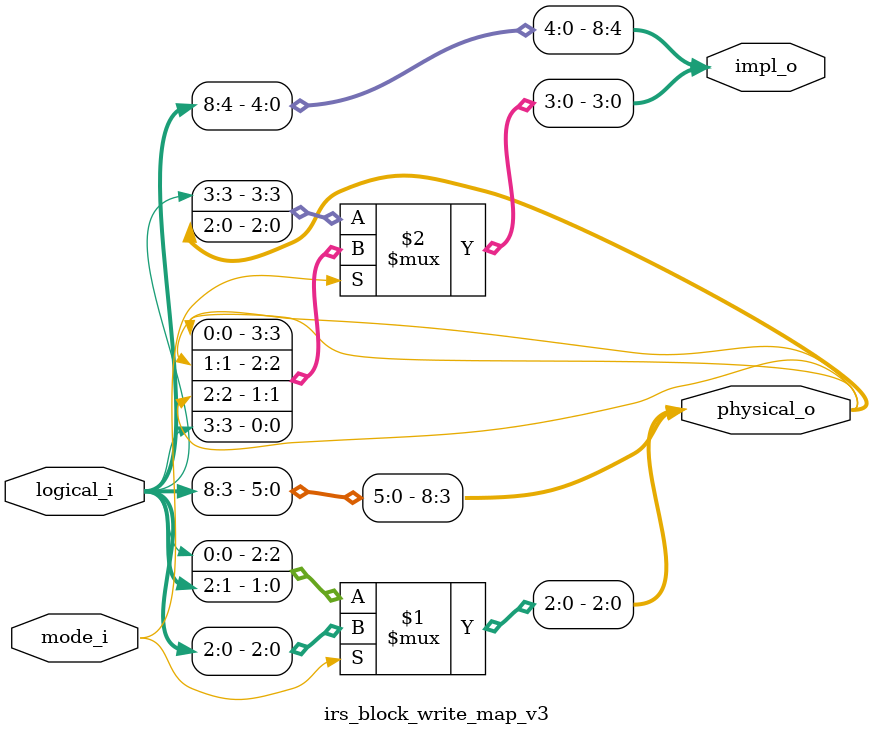
<source format=v>
`timescale 1ns / 1ps
module irs_block_write_map_v3(
    input [8:0] logical_i,
    input mode_i,
    output [8:0] physical_o,
	 output [8:0] impl_o
    );

	// Logical->physical mapping. Logical addressing goes
	// 0, 1, 2, 3, 4, 5, 6... etc. (in time)
	// Physical addressing for an IRS2 goes
	// 0, 4, 1, 5, 2, 6, 3... etc. (in time)
	assign physical_o[2:0] = (mode_i) ? logical_i[2:0] : {logical_i[0],logical_i[2],logical_i[1]};
	assign physical_o[8:3] = logical_i[8:3];
	
	// Physical->implemented mapping. In the DDA revD, WR[3:0] were reversed, so
	// for an IRS3, this maps them back.
	assign impl_o[3:0] = (mode_i) ? {physical_o[0],physical_o[1],physical_o[2],physical_o[3]} :
											  physical_o[3:0];
	assign impl_o[8:4] = physical_o[8:4];

endmodule

</source>
